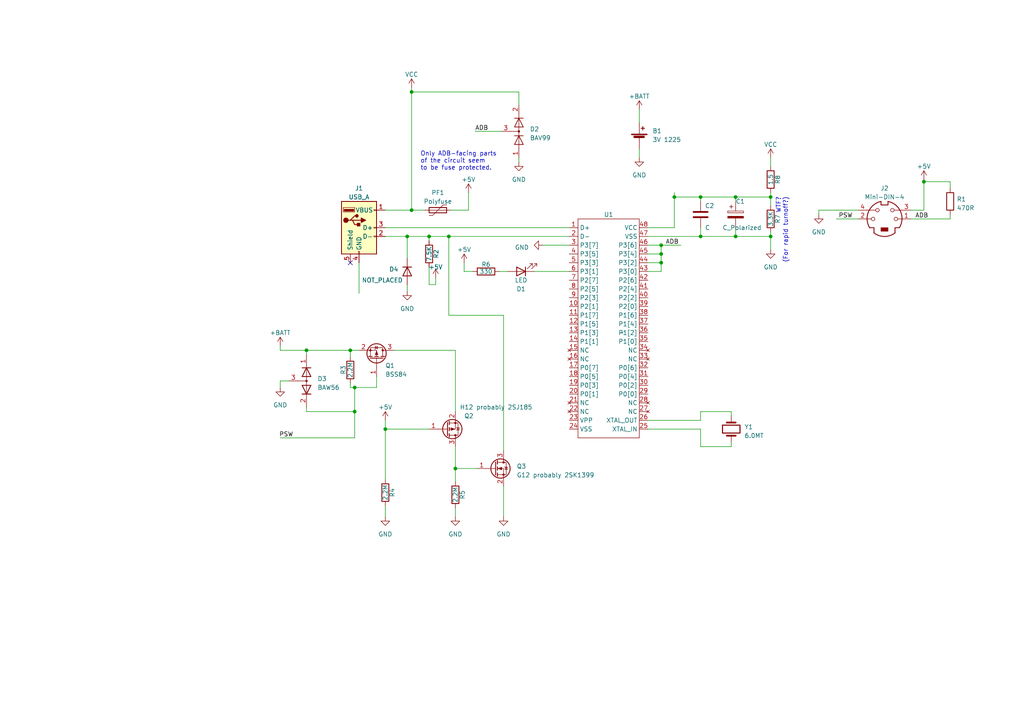
<source format=kicad_sch>
(kicad_sch (version 20230121) (generator eeschema)
  (paper "A4")
  (lib_symbols
    (symbol "Connector:Mini-DIN-4" (pin_names (offset 1.016))
      (property "Reference" "J" (at 0 6.35 0))
      (property "Value" "Mini-DIN-4" (at 0 -6.35 0))
      (symbol "Mini-DIN-4_0_1"
        (circle (center -3.302 0) (radius 0.508))
        (arc (start -3.048 -4.064) (mid 0 -5.08) (end 3.048 -4.064) (stroke (width 0.254)))
        (circle (center -2.032 2.54) (radius 0.508))
        (rectangle (start -1.016 -2.54) (end 1.016 -3.556) (fill (type outline)))
        (arc (start -1.016 5.08) (mid -4.6228 2.1214) (end -4.318 -2.54) (stroke (width 0.254)))
        (polyline (pts (xy -3.81 0) (xy -5.08 0)))
        (polyline (pts (xy -2.54 2.54) (xy -5.08 2.54)))
        (polyline (pts (xy 2.794 2.54) (xy 5.08 2.54)))
        (polyline (pts (xy 5.08 0) (xy 3.81 0)))
        (polyline (pts (xy -4.318 -2.54) (xy -3.048 -2.54) (xy -3.048 -4.064)) (stroke (width 0.254)))
        (polyline (pts (xy 4.318 -2.54) (xy 3.048 -2.54) (xy 3.048 -4.064)) (stroke (width 0.254)))
        (polyline (pts (xy -1.016 5.08) (xy -1.016 4.064) (xy 1.016 4.064) (xy 1.016 5.08)) (stroke (width 0.254)))
        (circle (center 2.286 2.54) (radius 0.508))
        (circle (center 3.302 0) (radius 0.508))
        (arc (start 4.318 -2.54) (mid 4.6661 2.1322) (end 1.016 5.08) (stroke (width 0.254)))
      )
      (symbol "Mini-DIN-4_1_1"
        (pin passive line (at 7.62 0 180) (length 2.54) (name "~") (number "1"))
        (pin passive line (at -7.62 0 0) (length 2.54) (name "~") (number "2"))
        (pin passive line (at 7.62 2.54 180) (length 2.54) (name "~") (number "3"))
        (pin passive line (at -7.62 2.54 0) (length 2.54) (name "~") (number "4"))
      )
    )
    (symbol "Connector:USB_A" (pin_names (offset 1.016))
      (property "Reference" "J" (at -5.08 11.43 0))
      (property "Value" "USB_A" (at -5.08 8.89 0))
      (symbol "USB_A_0_1"
        (rectangle (start -5.08 -7.62) (end 5.08 7.62) (stroke (width 0.254)) (fill (type background)))
        (circle (center -3.81 2.159) (radius 0.635) (stroke (width 0.254)) (fill (type outline)))
        (rectangle (start -1.524 4.826) (end -4.318 5.334) (fill (type outline)))
        (rectangle (start -1.27 4.572) (end -4.572 5.842))
        (circle (center -0.635 3.429) (radius 0.381) (stroke (width 0.254)) (fill (type outline)))
        (rectangle (start -0.127 -7.62) (end 0.127 -6.858))
        (polyline (pts (xy -3.175 2.159) (xy -2.54 2.159) (xy -1.27 3.429) (xy -0.635 3.429)) (stroke (width 0.254)))
        (polyline (pts (xy -2.54 2.159) (xy -1.905 2.159) (xy -1.27 0.889) (xy 0 0.889)) (stroke (width 0.254)))
        (polyline (pts (xy 0.635 2.794) (xy 0.635 1.524) (xy 1.905 2.159) (xy 0.635 2.794)) (stroke (width 0.254)) (fill (type outline)))
        (rectangle (start 0.254 1.27) (end -0.508 0.508) (stroke (width 0.254)) (fill (type outline)))
        (rectangle (start 5.08 -2.667) (end 4.318 -2.413))
        (rectangle (start 5.08 -0.127) (end 4.318 0.127))
        (rectangle (start 5.08 4.953) (end 4.318 5.207))
      )
      (symbol "USB_A_1_1"
        (polyline (pts (xy -1.905 2.159) (xy 0.635 2.159)) (stroke (width 0.254)))
        (pin power_in line (at 7.62 5.08 180) (length 2.54) (name "VBUS") (number "1"))
        (pin bidirectional line (at 7.62 -2.54 180) (length 2.54) (name "D-") (number "2"))
        (pin bidirectional line (at 7.62 0 180) (length 2.54) (name "D+") (number "3"))
        (pin power_in line (at 0 -10.16 90) (length 2.54) (name "GND") (number "4"))
        (pin passive line (at -2.54 -10.16 90) (length 2.54) (name "Shield") (number "5"))
      )
    )
    (symbol "Device:Battery_Cell" (pin_numbers hide) (pin_names (offset 0) hide)
      (property "Reference" "BT" (at 2.54 2.54 0))
      (property "Value" "Battery_Cell" (at 2.54 0 0))
      (symbol "Battery_Cell_0_1"
        (rectangle (start -2.286 1.778) (end 2.286 1.524) (fill (type outline)))
        (rectangle (start -1.5748 1.1938) (end 1.4732 0.6858) (fill (type outline)))
        (polyline (pts (xy 0 0.762) (xy 0 0)))
        (polyline (pts (xy 0 1.778) (xy 0 2.54)))
        (polyline (pts (xy 0.508 3.429) (xy 1.524 3.429)) (stroke (width 0.254)))
        (polyline (pts (xy 1.016 3.937) (xy 1.016 2.921)) (stroke (width 0.254)))
      )
      (symbol "Battery_Cell_1_1"
        (pin passive line (at 0 5.08 270) (length 2.54) (name "+") (number "1"))
        (pin passive line (at 0 -2.54 90) (length 2.54) (name "-") (number "2"))
      )
    )
    (symbol "Device:C" (pin_numbers hide) (pin_names (offset 0.254))
      (property "Reference" "C" (at 0.635 2.54 0))
      (property "Value" "C" (at 0.635 -2.54 0))
      (symbol "C_0_1"
        (polyline (pts (xy -2.032 -0.762) (xy 2.032 -0.762)) (stroke (width 0.508)))
        (polyline (pts (xy -2.032 0.762) (xy 2.032 0.762)) (stroke (width 0.508)))
      )
      (symbol "C_1_1"
        (pin passive line (at 0 3.81 270) (length 2.794) (name "~") (number "1"))
        (pin passive line (at 0 -3.81 90) (length 2.794) (name "~") (number "2"))
      )
    )
    (symbol "Device:C_Polarized" (pin_numbers hide) (pin_names (offset 0.254))
      (property "Reference" "C" (at 0.635 2.54 0))
      (property "Value" "C_Polarized" (at 0.635 -2.54 0))
      (symbol "C_Polarized_0_1"
        (rectangle (start -2.286 0.508) (end 2.286 1.016))
        (polyline (pts (xy -1.778 2.286) (xy -0.762 2.286)))
        (polyline (pts (xy -1.27 2.794) (xy -1.27 1.778)))
        (rectangle (start 2.286 -0.508) (end -2.286 -1.016) (fill (type outline)))
      )
      (symbol "C_Polarized_1_1"
        (pin passive line (at 0 3.81 270) (length 2.794) (name "~") (number "1"))
        (pin passive line (at 0 -3.81 90) (length 2.794) (name "~") (number "2"))
      )
    )
    (symbol "Device:Crystal" (pin_numbers hide) (pin_names (offset 1.016) hide)
      (property "Reference" "Y" (at 0 3.81 0))
      (property "Value" "Crystal" (at 0 -3.81 0))
      (symbol "Crystal_0_1"
        (rectangle (start -1.143 2.54) (end 1.143 -2.54) (stroke (width 0.3048)))
        (polyline (pts (xy -2.54 0) (xy -1.905 0)))
        (polyline (pts (xy -1.905 -1.27) (xy -1.905 1.27)) (stroke (width 0.508)))
        (polyline (pts (xy 1.905 -1.27) (xy 1.905 1.27)) (stroke (width 0.508)))
        (polyline (pts (xy 2.54 0) (xy 1.905 0)))
      )
      (symbol "Crystal_1_1"
        (pin passive line (at -3.81 0 0) (length 1.27) (name "1") (number "1"))
        (pin passive line (at 3.81 0 180) (length 1.27) (name "2") (number "2"))
      )
    )
    (symbol "Device:D" (pin_numbers hide) (pin_names (offset 1.016) hide)
      (property "Reference" "D" (at 0 2.54 0))
      (property "Value" "D" (at 0 -2.54 0))
      (symbol "D_0_1"
        (polyline (pts (xy -1.27 1.27) (xy -1.27 -1.27)) (stroke (width 0.254)))
        (polyline (pts (xy 1.27 0) (xy -1.27 0)))
        (polyline (pts (xy 1.27 1.27) (xy 1.27 -1.27) (xy -1.27 0) (xy 1.27 1.27)) (stroke (width 0.254)))
      )
      (symbol "D_1_1"
        (pin passive line (at -3.81 0 0) (length 2.54) (name "K") (number "1"))
        (pin passive line (at 3.81 0 180) (length 2.54) (name "A") (number "2"))
      )
    )
    (symbol "Device:D_Dual_CommonAnode_KKA" (pin_names (offset 0.762) hide)
      (property "Reference" "D" (at 1.27 -2.54 0))
      (property "Value" "D_Dual_CommonAnode_KKA" (at 0 2.54 0))
      (symbol "D_Dual_CommonAnode_KKA_0_1"
        (polyline (pts (xy -3.81 0) (xy 3.81 0)))
        (polyline (pts (xy 0 0) (xy 0 -2.54)))
        (polyline (pts (xy -3.81 1.27) (xy -3.81 -1.27) (xy -3.81 -1.27)) (stroke (width 0.254)))
        (polyline (pts (xy 3.81 1.27) (xy 3.81 -1.27) (xy 3.81 -1.27)) (stroke (width 0.254)))
        (polyline (pts (xy -1.27 -1.27) (xy -3.81 0) (xy -1.27 1.27) (xy -1.27 -1.27) (xy -1.27 -1.27) (xy -1.27 -1.27)) (stroke (width 0.254)))
        (polyline (pts (xy 1.27 1.27) (xy 3.81 0) (xy 1.27 -1.27) (xy 1.27 1.27) (xy 1.27 1.27) (xy 1.27 1.27)) (stroke (width 0.254)))
        (circle (center 0 0) (radius 0.254) (fill (type outline)))
        (pin passive line (at -7.62 0 0) (length 3.81) (name "K") (number "1"))
        (pin passive line (at 7.62 0 180) (length 3.81) (name "K") (number "2"))
        (pin passive line (at 0 -5.08 90) (length 2.54) (name "A") (number "3"))
      )
    )
    (symbol "Device:LED" (pin_numbers hide) (pin_names (offset 1.016) hide)
      (property "Reference" "D" (at 0 2.54 0))
      (property "Value" "LED" (at 0 -2.54 0))
      (symbol "LED_0_1"
        (polyline (pts (xy -1.27 -1.27) (xy -1.27 1.27)) (stroke (width 0.254)))
        (polyline (pts (xy -1.27 0) (xy 1.27 0)))
        (polyline (pts (xy 1.27 -1.27) (xy 1.27 1.27) (xy -1.27 0) (xy 1.27 -1.27)) (stroke (width 0.254)))
        (polyline (pts (xy -3.048 -0.762) (xy -4.572 -2.286) (xy -3.81 -2.286) (xy -4.572 -2.286) (xy -4.572 -1.524)))
        (polyline (pts (xy -1.778 -0.762) (xy -3.302 -2.286) (xy -2.54 -2.286) (xy -3.302 -2.286) (xy -3.302 -1.524)))
      )
      (symbol "LED_1_1"
        (pin passive line (at -3.81 0 0) (length 2.54) (name "K") (number "1"))
        (pin passive line (at 3.81 0 180) (length 2.54) (name "A") (number "2"))
      )
    )
    (symbol "Device:Polyfuse" (pin_numbers hide) (pin_names (offset 0))
      (property "Reference" "F" (at -2.54 0 90))
      (property "Value" "Polyfuse" (at 2.54 0 90))
      (symbol "Polyfuse_0_1"
        (rectangle (start -0.762 2.54) (end 0.762 -2.54) (stroke (width 0.254)))
        (polyline (pts (xy 0 2.54) (xy 0 -2.54)))
        (polyline (pts (xy -1.524 2.54) (xy -1.524 1.524) (xy 1.524 -1.524) (xy 1.524 -2.54)))
      )
      (symbol "Polyfuse_1_1"
        (pin passive line (at 0 3.81 270) (length 1.27) (name "~") (number "1"))
        (pin passive line (at 0 -3.81 90) (length 1.27) (name "~") (number "2"))
      )
    )
    (symbol "Device:Q_NMOS_GSD" (pin_names (offset 0) hide)
      (property "Reference" "Q" (at 5.08 1.27 0))
      (property "Value" "Q_NMOS_GSD" (at 5.08 -1.27 0))
      (symbol "Q_NMOS_GSD_0_1"
        (polyline (pts (xy 0.254 0) (xy -2.54 0)))
        (polyline (pts (xy 0.254 1.905) (xy 0.254 -1.905)) (stroke (width 0.254)))
        (polyline (pts (xy 0.762 -1.27) (xy 0.762 -2.286)) (stroke (width 0.254)))
        (polyline (pts (xy 0.762 0.508) (xy 0.762 -0.508)) (stroke (width 0.254)))
        (polyline (pts (xy 0.762 2.286) (xy 0.762 1.27)) (stroke (width 0.254)))
        (polyline (pts (xy 2.54 2.54) (xy 2.54 1.778)))
        (polyline (pts (xy 2.54 -2.54) (xy 2.54 0) (xy 0.762 0)))
        (polyline (pts (xy 0.762 -1.778) (xy 3.302 -1.778) (xy 3.302 1.778) (xy 0.762 1.778)))
        (polyline (pts (xy 1.016 0) (xy 2.032 0.381) (xy 2.032 -0.381) (xy 1.016 0)) (fill (type outline)))
        (polyline (pts (xy 2.794 0.508) (xy 2.921 0.381) (xy 3.683 0.381) (xy 3.81 0.254)))
        (polyline (pts (xy 3.302 0.381) (xy 2.921 -0.254) (xy 3.683 -0.254) (xy 3.302 0.381)))
        (circle (center 1.651 0) (radius 2.794) (stroke (width 0.254)))
        (circle (center 2.54 -1.778) (radius 0.254) (fill (type outline)))
        (circle (center 2.54 1.778) (radius 0.254) (fill (type outline)))
      )
      (symbol "Q_NMOS_GSD_1_1"
        (pin input line (at -5.08 0 0) (length 2.54) (name "G") (number "1"))
        (pin passive line (at 2.54 -5.08 90) (length 2.54) (name "S") (number "2"))
        (pin passive line (at 2.54 5.08 270) (length 2.54) (name "D") (number "3"))
      )
    )
    (symbol "Device:Q_PMOS_GSD" (pin_names (offset 0) hide)
      (property "Reference" "Q" (at 5.08 1.27 0))
      (property "Value" "Q_PMOS_GSD" (at 5.08 -1.27 0))
      (symbol "Q_PMOS_GSD_0_1"
        (polyline (pts (xy 0.254 0) (xy -2.54 0)))
        (polyline (pts (xy 0.254 1.905) (xy 0.254 -1.905)) (stroke (width 0.254)))
        (polyline (pts (xy 0.762 -1.27) (xy 0.762 -2.286)) (stroke (width 0.254)))
        (polyline (pts (xy 0.762 0.508) (xy 0.762 -0.508)) (stroke (width 0.254)))
        (polyline (pts (xy 0.762 2.286) (xy 0.762 1.27)) (stroke (width 0.254)))
        (polyline (pts (xy 2.54 2.54) (xy 2.54 1.778)))
        (polyline (pts (xy 2.54 -2.54) (xy 2.54 0) (xy 0.762 0)))
        (polyline (pts (xy 0.762 1.778) (xy 3.302 1.778) (xy 3.302 -1.778) (xy 0.762 -1.778)))
        (polyline (pts (xy 2.286 0) (xy 1.27 0.381) (xy 1.27 -0.381) (xy 2.286 0)) (fill (type outline)))
        (polyline (pts (xy 2.794 -0.508) (xy 2.921 -0.381) (xy 3.683 -0.381) (xy 3.81 -0.254)))
        (polyline (pts (xy 3.302 -0.381) (xy 2.921 0.254) (xy 3.683 0.254) (xy 3.302 -0.381)))
        (circle (center 1.651 0) (radius 2.794) (stroke (width 0.254)))
        (circle (center 2.54 -1.778) (radius 0.254) (fill (type outline)))
        (circle (center 2.54 1.778) (radius 0.254) (fill (type outline)))
      )
      (symbol "Q_PMOS_GSD_1_1"
        (pin input line (at -5.08 0 0) (length 2.54) (name "G") (number "1"))
        (pin passive line (at 2.54 -5.08 90) (length 2.54) (name "S") (number "2"))
        (pin passive line (at 2.54 5.08 270) (length 2.54) (name "D") (number "3"))
      )
    )
    (symbol "Device:R" (pin_numbers hide) (pin_names (offset 0))
      (property "Reference" "R" (at 2.032 0 90))
      (property "Value" "R" (at 0 0 90))
      (symbol "R_0_1"
        (rectangle (start -1.016 -2.54) (end 1.016 2.54) (stroke (width 0.254)))
      )
      (symbol "R_1_1"
        (pin passive line (at 0 3.81 270) (length 1.27) (name "~") (number "1"))
        (pin passive line (at 0 -3.81 90) (length 1.27) (name "~") (number "2"))
      )
    )
    (symbol "Diode:BAV99" (pin_names hide)
      (property "Reference" "D" (at 0 5.08 0))
      (property "Value" "BAV99" (at 0 2.54 0))
      (symbol "BAV99_0_1"
        (polyline (pts (xy -5.08 0) (xy 5.08 0)))
      )
      (symbol "BAV99_1_1"
        (polyline (pts (xy 0 0) (xy 0 -2.54)))
        (polyline (pts (xy -1.27 -1.27) (xy -1.27 1.27) (xy -1.27 1.27)) (stroke (width 0.2032)))
        (polyline (pts (xy 3.81 1.27) (xy 3.81 -1.27) (xy 3.81 -1.27)) (stroke (width 0.2032)))
        (polyline (pts (xy -3.81 1.27) (xy -1.27 0) (xy -3.81 -1.27) (xy -3.81 1.27) (xy -3.81 1.27) (xy -3.81 1.27)) (stroke (width 0.2032)))
        (polyline (pts (xy 1.27 1.27) (xy 3.81 0) (xy 1.27 -1.27) (xy 1.27 1.27) (xy 1.27 1.27) (xy 1.27 1.27)) (stroke (width 0.2032)))
        (circle (center 0 0) (radius 0.254) (fill (type outline)))
        (pin passive line (at -7.62 0 0) (length 2.54) (name "K") (number "1"))
        (pin passive line (at 7.62 0 180) (length 2.54) (name "A") (number "2"))
        (pin passive line (at 0 -5.08 90) (length 2.54) (name "K") (number "3"))
      )
    )
    (symbol "griffin_imate_re:CY7C63413"
      (property "Reference" "U" (at 6.35 -34.29 0))
      (symbol "CY7C63413_0_1"
        (rectangle (start -8.89 30.48) (end 8.89 -33.02))
      )
      (symbol "CY7C63413_1_1"
        (pin bidirectional line (at -11.43 27.94 0) (length 2.54) (name "D+") (number "1"))
        (pin bidirectional line (at -11.43 5.08 0) (length 2.54) (name "P2[1]") (number "10"))
        (pin bidirectional line (at -11.43 2.54 0) (length 2.54) (name "P1[7]") (number "11"))
        (pin bidirectional line (at -11.43 0 0) (length 2.54) (name "P1[5]") (number "12"))
        (pin bidirectional line (at -11.43 -2.54 0) (length 2.54) (name "P1[3]") (number "13"))
        (pin bidirectional line (at -11.43 -5.08 0) (length 2.54) (name "P1[1]") (number "14"))
        (pin no_connect line (at -11.43 -7.62 0) (length 2.54) (name "NC") (number "15"))
        (pin no_connect line (at -11.43 -10.16 0) (length 2.54) (name "NC") (number "16"))
        (pin bidirectional line (at -11.43 -12.7 0) (length 2.54) (name "P0[7]") (number "17"))
        (pin bidirectional line (at -11.43 -15.24 0) (length 2.54) (name "P0[5]") (number "18"))
        (pin bidirectional line (at -11.43 -17.78 0) (length 2.54) (name "P0[3]") (number "19"))
        (pin bidirectional line (at -11.43 25.4 0) (length 2.54) (name "D-") (number "2"))
        (pin bidirectional line (at -11.43 -20.32 0) (length 2.54) (name "P0[1]") (number "20"))
        (pin no_connect line (at -11.43 -22.86 0) (length 2.54) (name "NC") (number "21"))
        (pin no_connect line (at -11.43 -25.4 0) (length 2.54) (name "NC") (number "22"))
        (pin power_in line (at -11.43 -27.94 0) (length 2.54) (name "VPP") (number "23"))
        (pin power_in line (at -11.43 -30.48 0) (length 2.54) (name "VSS") (number "24"))
        (pin input line (at 11.43 -30.48 180) (length 2.54) (name "XTAL_IN") (number "25"))
        (pin output line (at 11.43 -27.94 180) (length 2.54) (name "XTAL_OUT") (number "26"))
        (pin no_connect line (at 11.43 -25.4 180) (length 2.54) (name "NC") (number "27"))
        (pin no_connect line (at 11.43 -22.86 180) (length 2.54) (name "NC") (number "28"))
        (pin bidirectional line (at 11.43 -20.32 180) (length 2.54) (name "P0[0]") (number "29"))
        (pin bidirectional line (at -11.43 22.86 0) (length 2.54) (name "P3[7]") (number "3"))
        (pin bidirectional line (at 11.43 -17.78 180) (length 2.54) (name "P0[2]") (number "30"))
        (pin bidirectional line (at 11.43 -15.24 180) (length 2.54) (name "P0[4]") (number "31"))
        (pin bidirectional line (at 11.43 -12.7 180) (length 2.54) (name "P0[6]") (number "32"))
        (pin no_connect line (at 11.43 -10.16 180) (length 2.54) (name "NC") (number "33"))
        (pin no_connect line (at 11.43 -7.62 180) (length 2.54) (name "NC") (number "34"))
        (pin bidirectional line (at 11.43 -5.08 180) (length 2.54) (name "P1[0]") (number "35"))
        (pin bidirectional line (at 11.43 -2.54 180) (length 2.54) (name "P1[2]") (number "36"))
        (pin bidirectional line (at 11.43 0 180) (length 2.54) (name "P1[4]") (number "37"))
        (pin bidirectional line (at 11.43 2.54 180) (length 2.54) (name "P1[6]") (number "38"))
        (pin bidirectional line (at 11.43 5.08 180) (length 2.54) (name "P2[0]") (number "39"))
        (pin bidirectional line (at -11.43 20.32 0) (length 2.54) (name "P3[5]") (number "4"))
        (pin bidirectional line (at 11.43 7.62 180) (length 2.54) (name "P2[2]") (number "40"))
        (pin bidirectional line (at 11.43 10.16 180) (length 2.54) (name "P2[4]") (number "41"))
        (pin bidirectional line (at 11.43 12.7 180) (length 2.54) (name "P2[6]") (number "42"))
        (pin bidirectional line (at 11.43 15.24 180) (length 2.54) (name "P3[0]") (number "43"))
        (pin bidirectional line (at 11.43 17.78 180) (length 2.54) (name "P3[2]") (number "44"))
        (pin bidirectional line (at 11.43 20.32 180) (length 2.54) (name "P3[4]") (number "45"))
        (pin bidirectional line (at 11.43 22.86 180) (length 2.54) (name "P3[6]") (number "46"))
        (pin power_in line (at 11.43 25.4 180) (length 2.54) (name "VSS") (number "47"))
        (pin power_in line (at 11.43 27.94 180) (length 2.54) (name "VCC") (number "48"))
        (pin bidirectional line (at -11.43 17.78 0) (length 2.54) (name "P3[3]") (number "5"))
        (pin bidirectional line (at -11.43 15.24 0) (length 2.54) (name "P3[1]") (number "6"))
        (pin bidirectional line (at -11.43 12.7 0) (length 2.54) (name "P2[7]") (number "7"))
        (pin bidirectional line (at -11.43 10.16 0) (length 2.54) (name "P2[5]") (number "8"))
        (pin bidirectional line (at -11.43 7.62 0) (length 2.54) (name "P2[3]") (number "9"))
      )
    )
    (symbol "power:+5V" (power) (pin_names (offset 0))
      (property "Value" "+5V" (at 0 3.556 0))
      (symbol "+5V_0_1"
        (polyline (pts (xy -0.762 1.27) (xy 0 2.54)))
        (polyline (pts (xy 0 0) (xy 0 2.54)))
        (polyline (pts (xy 0 2.54) (xy 0.762 1.27)))
      )
      (symbol "+5V_1_1"
        (pin power_in line (at 0 0 90) (length 0) hide (name "+5V") (number "1"))
      )
    )
    (symbol "power:+BATT" (power) (pin_names (offset 0))
      (property "Value" "+BATT" (at 0 3.556 0))
      (symbol "+BATT_0_1"
        (polyline (pts (xy -0.762 1.27) (xy 0 2.54)))
        (polyline (pts (xy 0 0) (xy 0 2.54)))
        (polyline (pts (xy 0 2.54) (xy 0.762 1.27)))
      )
      (symbol "+BATT_1_1"
        (pin power_in line (at 0 0 90) (length 0) hide (name "+BATT") (number "1"))
      )
    )
    (symbol "power:GND" (power) (pin_names (offset 0))
      (property "Value" "GND" (at 0 -3.81 0))
      (symbol "GND_0_1"
        (polyline (pts (xy 0 0) (xy 0 -1.27) (xy 1.27 -1.27) (xy 0 -2.54) (xy -1.27 -1.27) (xy 0 -1.27)))
      )
      (symbol "GND_1_1"
        (pin power_in line (at 0 0 270) (length 0) hide (name "GND") (number "1"))
      )
    )
    (symbol "power:VCC" (power) (pin_names (offset 0))
      (property "Value" "VCC" (at 0 3.81 0))
      (symbol "VCC_0_1"
        (polyline (pts (xy -0.762 1.27) (xy 0 2.54)))
        (polyline (pts (xy 0 0) (xy 0 2.54)))
        (polyline (pts (xy 0 2.54) (xy 0.762 1.27)))
      )
      (symbol "VCC_1_1"
        (pin power_in line (at 0 0 90) (length 0) hide (name "VCC") (number "1"))
      )
    )
  )
  (junction (at 102.87 112.395))
  (junction (at 102.87 119.38))
  (junction (at 203.2 57.15))
  (junction (at 213.36 57.15))
  (junction (at 213.36 68.58))
  (junction (at 119.38 60.96))
  (junction (at 130.175 68.58))
  (junction (at 267.97 52.705))
  (junction (at 111.76 124.46))
  (junction (at 118.11 68.58))
  (junction (at 195.58 57.15))
  (junction (at 191.77 73.66))
  (junction (at 88.9 101.6))
  (junction (at 101.6 101.6))
  (junction (at 119.38 26.67))
  (junction (at 191.77 71.12))
  (junction (at 191.77 76.2))
  (junction (at 203.2 68.58))
  (junction (at 223.52 68.58))
  (junction (at 124.46 68.58))
  (junction (at 223.52 57.15))
  (junction (at 132.08 135.89))
  (no_connect (at 101.6 76.2))
  (wire (pts (xy 101.6 112.395) (xy 101.6 111.125)))
  (wire (pts (xy 223.52 59.69) (xy 223.52 57.15)))
  (wire (pts (xy 81.28 127) (xy 102.87 127)))
  (wire (pts (xy 119.38 26.67) (xy 150.495 26.67)))
  (wire (pts (xy 267.97 52.07) (xy 267.97 52.705)))
  (wire (pts (xy 88.9 102.87) (xy 88.9 101.6)))
  (wire (pts (xy 118.11 82.55) (xy 118.11 84.455)))
  (wire (pts (xy 191.77 76.2) (xy 191.77 78.74)))
  (wire (pts (xy 191.77 71.12) (xy 191.77 73.66)))
  (wire (pts (xy 111.76 146.685) (xy 111.76 149.86)))
  (wire (pts (xy 187.96 124.46) (xy 203.2 124.46)))
  (wire (pts (xy 203.2 129.54) (xy 212.09 129.54)))
  (wire (pts (xy 132.08 129.54) (xy 132.08 135.89)))
  (wire (pts (xy 213.36 58.42) (xy 213.36 57.15)))
  (wire (pts (xy 111.76 124.46) (xy 111.76 139.065)))
  (wire (pts (xy 203.2 57.15) (xy 203.2 58.42)))
  (wire (pts (xy 118.11 68.58) (xy 118.11 74.93)))
  (wire (pts (xy 187.96 76.2) (xy 191.77 76.2)))
  (wire (pts (xy 212.09 129.54) (xy 212.09 128.27)))
  (wire (pts (xy 134.62 78.74) (xy 137.16 78.74)))
  (wire (pts (xy 137.795 38.1) (xy 145.415 38.1)))
  (wire (pts (xy 187.96 68.58) (xy 203.2 68.58)))
  (wire (pts (xy 88.9 119.38) (xy 102.87 119.38)))
  (wire (pts (xy 119.38 60.96) (xy 123.19 60.96)))
  (wire (pts (xy 150.495 26.67) (xy 150.495 30.48)))
  (wire (pts (xy 275.59 52.705) (xy 267.97 52.705)))
  (wire (pts (xy 267.97 52.705) (xy 267.97 60.96)))
  (wire (pts (xy 203.2 119.38) (xy 212.09 119.38)))
  (wire (pts (xy 213.36 66.04) (xy 213.36 68.58)))
  (wire (pts (xy 135.89 60.96) (xy 130.81 60.96)))
  (wire (pts (xy 81.28 100.33) (xy 81.28 101.6)))
  (wire (pts (xy 130.175 68.58) (xy 130.175 91.44)))
  (wire (pts (xy 134.62 76.2) (xy 134.62 78.74)))
  (wire (pts (xy 275.59 63.5) (xy 275.59 62.23)))
  (wire (pts (xy 111.76 121.92) (xy 111.76 124.46)))
  (wire (pts (xy 203.2 66.04) (xy 203.2 68.58)))
  (wire (pts (xy 223.52 45.72) (xy 223.52 48.26)))
  (wire (pts (xy 102.87 112.395) (xy 109.22 112.395)))
  (wire (pts (xy 223.52 55.88) (xy 223.52 57.15)))
  (wire (pts (xy 237.49 62.23) (xy 237.49 60.96)))
  (wire (pts (xy 124.46 68.58) (xy 124.46 69.85)))
  (wire (pts (xy 124.46 68.58) (xy 130.175 68.58)))
  (wire (pts (xy 119.38 25.4) (xy 119.38 26.67)))
  (wire (pts (xy 223.52 68.58) (xy 223.52 72.39)))
  (wire (pts (xy 146.05 91.44) (xy 130.175 91.44)))
  (wire (pts (xy 212.09 119.38) (xy 212.09 120.65)))
  (wire (pts (xy 111.76 68.58) (xy 118.11 68.58)))
  (wire (pts (xy 203.2 57.15) (xy 213.36 57.15)))
  (wire (pts (xy 109.22 112.395) (xy 109.22 109.22)))
  (wire (pts (xy 111.76 60.96) (xy 119.38 60.96)))
  (wire (pts (xy 203.2 124.46) (xy 203.2 129.54)))
  (wire (pts (xy 81.28 101.6) (xy 88.9 101.6)))
  (wire (pts (xy 132.08 147.32) (xy 132.08 149.86)))
  (wire (pts (xy 242.57 63.5) (xy 248.92 63.5)))
  (wire (pts (xy 223.52 67.31) (xy 223.52 68.58)))
  (wire (pts (xy 185.42 43.18) (xy 185.42 45.72)))
  (wire (pts (xy 132.08 135.89) (xy 138.43 135.89)))
  (wire (pts (xy 187.96 71.12) (xy 191.77 71.12)))
  (wire (pts (xy 275.59 52.705) (xy 275.59 54.61)))
  (wire (pts (xy 119.38 26.67) (xy 119.38 60.96)))
  (wire (pts (xy 157.48 71.12) (xy 165.1 71.12)))
  (wire (pts (xy 101.6 112.395) (xy 102.87 112.395)))
  (wire (pts (xy 135.89 55.88) (xy 135.89 60.96)))
  (wire (pts (xy 150.495 45.72) (xy 150.495 46.99)))
  (wire (pts (xy 203.2 121.92) (xy 203.2 119.38)))
  (wire (pts (xy 264.16 63.5) (xy 275.59 63.5)))
  (wire (pts (xy 81.28 110.49) (xy 83.82 110.49)))
  (wire (pts (xy 88.9 101.6) (xy 101.6 101.6)))
  (wire (pts (xy 223.52 57.15) (xy 213.36 57.15)))
  (wire (pts (xy 237.49 60.96) (xy 248.92 60.96)))
  (wire (pts (xy 124.46 77.47) (xy 124.46 82.55)))
  (wire (pts (xy 101.6 101.6) (xy 101.6 103.505)))
  (wire (pts (xy 132.08 135.89) (xy 132.08 139.7)))
  (wire (pts (xy 114.3 101.6) (xy 132.08 101.6)))
  (wire (pts (xy 132.08 101.6) (xy 132.08 119.38)))
  (wire (pts (xy 187.96 73.66) (xy 191.77 73.66)))
  (wire (pts (xy 213.36 68.58) (xy 223.52 68.58)))
  (wire (pts (xy 187.96 121.92) (xy 203.2 121.92)))
  (wire (pts (xy 267.97 60.96) (xy 264.16 60.96)))
  (wire (pts (xy 187.96 66.04) (xy 195.58 66.04)))
  (wire (pts (xy 102.87 119.38) (xy 102.87 127)))
  (wire (pts (xy 101.6 101.6) (xy 104.14 101.6)))
  (wire (pts (xy 187.96 78.74) (xy 191.77 78.74)))
  (wire (pts (xy 102.87 112.395) (xy 102.87 119.38)))
  (wire (pts (xy 88.9 118.11) (xy 88.9 119.38)))
  (wire (pts (xy 146.05 140.97) (xy 146.05 149.86)))
  (wire (pts (xy 195.58 57.15) (xy 203.2 57.15)))
  (wire (pts (xy 124.46 82.55) (xy 126.365 82.55)))
  (wire (pts (xy 195.58 55.88) (xy 195.58 57.15)))
  (wire (pts (xy 195.58 66.04) (xy 195.58 57.15)))
  (wire (pts (xy 146.05 91.44) (xy 146.05 130.81)))
  (wire (pts (xy 203.2 68.58) (xy 213.36 68.58)))
  (wire (pts (xy 81.28 112.395) (xy 81.28 110.49)))
  (wire (pts (xy 130.175 68.58) (xy 165.1 68.58)))
  (wire (pts (xy 185.42 31.75) (xy 185.42 35.56)))
  (wire (pts (xy 191.77 73.66) (xy 191.77 76.2)))
  (wire (pts (xy 111.76 124.46) (xy 124.46 124.46)))
  (wire (pts (xy 104.14 76.2) (xy 104.14 85.09)))
  (wire (pts (xy 118.11 68.58) (xy 124.46 68.58)))
  (wire (pts (xy 111.76 66.04) (xy 165.1 66.04)))
  (wire (pts (xy 154.94 78.74) (xy 165.1 78.74)))
  (wire (pts (xy 147.32 78.74) (xy 144.78 78.74)))
  (wire (pts (xy 126.365 80.645) (xy 126.365 82.55)))
  (wire (pts (xy 191.77 71.12) (xy 197.485 71.12)))
  (text "WTF?\n(For rapid turnoff?)" (at 228.6 57.15 90) (effects (font (size 1.27 1.27)) (justify right bottom)))
  (text "Only ADB-facing parts\nof the circuit seem\nto be fuse protected." (at 121.92 49.53 0) (effects (font (size 1.27 1.27)) (justify left bottom)))
  (label "PSW" (at 85.09 127 180))
  (label "PSW" (at 243.205 63.5 0))
  (label "ADB" (at 193.04 71.12 0))
  (label "ADB" (at 265.43 63.5 0))
  (label "ADB" (at 137.795 38.1 0))
  (symbol (lib_id "power:GND") (at 118.11 84.455 0) (unit 1)
    (property "Reference" "#PWR020" (effects hide))
    (property "Value" "GND" (at 118.11 89.535 0))
  )
  (symbol (lib_id "power:+BATT") (at 81.28 100.33 0) (mirror y) (unit 1)
    (property "Reference" "#PWR019" (effects hide))
    (property "Value" "+BATT" (at 81.28 96.52 0))
  )
  (symbol (lib_id "Device:R") (at 101.6 107.315 0) (mirror y) (unit 1)
    (property "Reference" "R3" (at 99.568 107.315 90))
    (property "Value" "2.2M" (at 101.6 107.315 90))
  )
  (symbol (lib_id "Device:C") (at 203.2 62.23 0) (unit 1)
    (property "Reference" "C2" (at 204.47 59.69 0) (effects (justify left)))
    (property "Value" "C" (at 204.47 66.04 0) (effects (justify left)))
  )
  (symbol (lib_id "Device:D_Dual_CommonAnode_KKA") (at 88.9 110.49 270) (unit 1)
    (property "Reference" "D3" (at 92.075 109.855 90) (effects (justify left)))
    (property "Value" "BAW56" (at 92.075 112.395 90) (effects (justify left)))
  )
  (symbol (lib_id "Device:D") (at 118.11 78.74 90) (mirror x) (unit 1)
    (property "Reference" "D4" (at 115.57 78.105 90) (effects (justify left)))
    (property "Value" "NOT_PLACED" (at 116.84 81.28 90) (effects (justify left)))
    (property "Sim.Device" "D" (effects hide))
    (property "Sim.Pins" "1=K 2=A" (effects hide))
  )
  (symbol (lib_id "Device:Battery_Cell") (at 185.42 40.64 0) (unit 1)
    (property "Reference" "B1" (at 189.23 37.973 0) (effects (justify left)))
    (property "Value" "3V 1225" (at 189.23 40.513 0) (effects (justify left)))
  )
  (symbol (lib_id "power:GND") (at 150.495 46.99 0) (unit 1)
    (property "Reference" "#PWR05" (effects hide))
    (property "Value" "GND" (at 150.495 52.07 0))
  )
  (symbol (lib_id "power:GND") (at 132.08 149.86 0) (unit 1)
    (property "Reference" "#PWR015" (effects hide))
    (property "Value" "GND" (at 132.08 154.94 0))
  )
  (symbol (lib_id "Diode:BAV99") (at 150.495 38.1 270) (mirror x) (unit 1)
    (property "Reference" "D2" (at 153.67 37.465 90) (effects (justify left)))
    (property "Value" "BAV99" (at 153.67 40.005 90) (effects (justify left)))
    (property "Footprint" "Package_TO_SOT_SMD:SOT-23" (effects hide))
    (property "Datasheet" "https://assets.nexperia.com/documents/data-sheet/BAV99_SER.pdf" (effects hide))
  )
  (symbol (lib_id "Device:LED") (at 151.13 78.74 180) (unit 1)
    (property "Reference" "D1" (at 151.13 83.82 0))
    (property "Value" "LED" (at 151.13 81.28 0))
  )
  (symbol (lib_id "power:GND") (at 111.76 149.86 0) (unit 1)
    (property "Reference" "#PWR012" (effects hide))
    (property "Value" "GND" (at 111.76 154.94 0))
  )
  (symbol (lib_id "power:+5V") (at 267.97 52.07 0) (unit 1)
    (property "Reference" "#PWR01" (effects hide))
    (property "Value" "+5V" (at 267.97 48.26 0))
  )
  (symbol (lib_id "Device:R") (at 124.46 73.66 0) (unit 1)
    (property "Reference" "R2" (at 126.492 73.66 90))
    (property "Value" "7.5K" (at 124.46 73.66 90))
  )
  (symbol (lib_id "Device:R") (at 132.08 143.51 0) (unit 1)
    (property "Reference" "R5" (at 134.112 143.51 90))
    (property "Value" "2.2M" (at 132.08 143.51 90))
  )
  (symbol (lib_id "griffin_imate_re:CY7C63413") (at 176.53 93.98 0) (unit 1)
    (property "Reference" "U1" (at 176.53 62.23 0))
    (property "Value" "~" (at 180.34 96.52 0))
  )
  (symbol (lib_id "power:GND") (at 146.05 149.86 0) (unit 1)
    (property "Reference" "#PWR016" (effects hide))
    (property "Value" "GND" (at 146.05 154.94 0))
  )
  (symbol (lib_id "Device:R") (at 140.97 78.74 90) (unit 1)
    (property "Reference" "R6" (at 140.97 76.708 90))
    (property "Value" "330" (at 140.97 78.74 90))
  )
  (symbol (lib_id "power:+5V") (at 126.365 80.645 0) (unit 1)
    (property "Reference" "#PWR014" (effects hide))
    (property "Value" "+5V" (at 126.365 77.47 0))
  )
  (symbol (lib_id "power:GND") (at 157.48 71.12 270) (unit 1)
    (property "Reference" "#PWR07" (effects hide))
    (property "Value" "GND" (at 153.416 71.755 90) (effects (justify right)))
  )
  (symbol (lib_id "power:GND") (at 81.28 112.395 0) (mirror y) (unit 1)
    (property "Reference" "#PWR018" (effects hide))
    (property "Value" "GND" (at 81.28 117.475 0))
  )
  (symbol (lib_id "power:GND") (at 237.49 62.23 0) (unit 1)
    (property "Reference" "#PWR02" (effects hide))
    (property "Value" "GND" (at 237.49 67.31 0))
  )
  (symbol (lib_id "Connector:Mini-DIN-4") (at 256.54 63.5 0) (unit 1)
    (property "Reference" "J2" (at 256.5577 54.61 0))
    (property "Value" "Mini-DIN-4" (at 256.5577 57.15 0))
    (property "Datasheet" "http://service.powerdynamics.com/ec/Catalog17/Section%2011.pdf" (effects hide))
  )
  (symbol (lib_id "power:+5V") (at 111.76 121.92 0) (unit 1)
    (property "Reference" "#PWR017" (effects hide))
    (property "Value" "+5V" (at 111.76 118.11 0))
  )
  (symbol (lib_id "Device:Polyfuse") (at 127 60.96 90) (unit 1)
    (property "Reference" "PF1" (at 127 55.88 90))
    (property "Value" "Polyfuse" (at 127 58.42 90))
  )
  (symbol (lib_id "Device:Q_PMOS_GSD") (at 109.22 104.14 270) (mirror x) (unit 1)
    (property "Reference" "Q1" (at 111.76 106.045 90) (effects (justify left)))
    (property "Value" "BSS84" (at 111.76 108.585 90) (effects (justify left)))
    (property "Comments" "My one marked 'KF', meaning unknown. Others online marked SP which is BSS84" (effects hide))
  )
  (symbol (lib_id "Connector:USB_A") (at 104.14 66.04 0) (unit 1)
    (property "Reference" "J1" (at 104.14 54.61 0))
    (property "Value" "USB_A" (at 104.14 57.15 0))
    (property "Datasheet" " ~" (effects hide))
  )
  (symbol (lib_id "Device:Crystal") (at 212.09 124.46 90) (unit 1)
    (property "Reference" "Y1" (at 215.9 123.825 90) (effects (justify right)))
    (property "Value" "6.0MT" (at 215.9 126.365 90) (effects (justify right)))
  )
  (symbol (lib_id "Device:C_Polarized") (at 213.36 62.23 0) (unit 1)
    (property "Reference" "C1" (at 213.36 58.42 0) (effects (justify left)))
    (property "Value" "C_Polarized" (at 209.55 66.04 0) (effects (justify left)))
  )
  (symbol (lib_id "power:+BATT") (at 185.42 31.75 0) (unit 1)
    (property "Reference" "#PWR013" (effects hide))
    (property "Value" "+BATT" (at 185.42 27.94 0))
  )
  (symbol (lib_id "Device:Q_PMOS_GSD") (at 129.54 124.46 0) (mirror x) (unit 1)
    (property "Reference" "Q2" (at 134.62 120.65 0) (effects (justify left)))
    (property "Value" "H12 probably 2SJ185" (at 133.35 118.11 0) (effects (justify left)))
  )
  (symbol (lib_id "power:GND") (at 223.52 72.39 0) (unit 1)
    (property "Reference" "#PWR011" (effects hide))
    (property "Value" "GND" (at 223.52 77.47 0))
  )
  (symbol (lib_id "power:GND") (at 185.42 45.72 0) (unit 1)
    (property "Reference" "#PWR06" (effects hide))
    (property "Value" "GND" (at 185.42 50.8 0))
  )
  (symbol (lib_id "Device:R") (at 111.76 142.875 0) (unit 1)
    (property "Reference" "R4" (at 113.792 142.875 90))
    (property "Value" "2.2M" (at 111.76 142.875 90))
  )
  (symbol (lib_id "power:VCC") (at 119.38 25.4 0) (unit 1)
    (property "Reference" "#PWR010" (effects hide))
    (property "Value" "VCC" (at 119.38 21.59 0))
  )
  (symbol (lib_id "Device:Q_NMOS_GSD") (at 143.51 135.89 0) (unit 1)
    (property "Reference" "Q3" (at 149.86 135.255 0) (effects (justify left)))
    (property "Value" "G12 probably 2SK1399" (at 149.86 137.795 0) (effects (justify left)))
  )
  (symbol (lib_id "Device:R") (at 275.59 58.42 180) (unit 1)
    (property "Reference" "R1" (at 277.495 57.785 0) (effects (justify right)))
    (property "Value" "470R" (at 277.495 60.325 0) (effects (justify right)))
  )
  (symbol (lib_id "power:+5V") (at 135.89 55.88 0) (unit 1)
    (property "Reference" "#PWR03" (effects hide))
    (property "Value" "+5V" (at 135.89 52.07 0))
  )
  (symbol (lib_id "power:VCC") (at 223.52 45.72 0) (unit 1)
    (property "Reference" "#PWR09" (effects hide))
    (property "Value" "VCC" (at 223.52 41.91 0))
  )
  (symbol (lib_id "Device:R") (at 223.52 52.07 0) (unit 1)
    (property "Reference" "R8" (at 225.552 52.07 90))
    (property "Value" "1.5" (at 223.52 52.07 90))
  )
  (symbol (lib_id "Device:R") (at 223.52 63.5 0) (unit 1)
    (property "Reference" "R7" (at 225.552 63.5 90))
    (property "Value" "3.3K" (at 223.52 63.5 90))
  )
  (symbol (lib_id "power:+5V") (at 134.62 76.2 0) (unit 1)
    (property "Reference" "#PWR08" (effects hide))
    (property "Value" "+5V" (at 134.62 72.39 0))
  )
)
</source>
